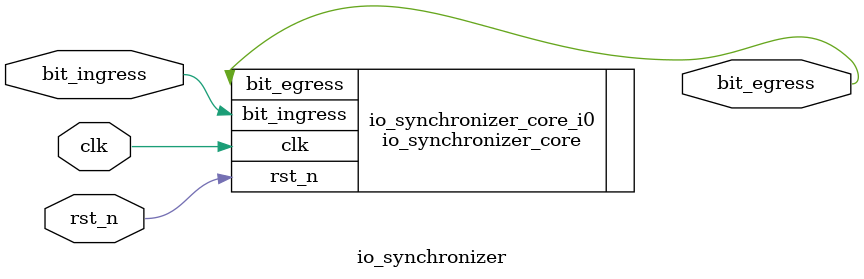
<source format=sv>

`default_nettype none


module io_synchronizer (
    input  wire  clk,
    input  wire  rst_n,
    input  wire  bit_ingress,
    output logic bit_egress
  );

  io_synchronizer_core io_synchronizer_core_i0(
    .clk         ( clk         ),
    .rst_n       ( rst_n       ),
    .bit_ingress ( bit_ingress ),
    .bit_egress  ( bit_egress  )
  );

endmodule

`default_nettype wire

</source>
